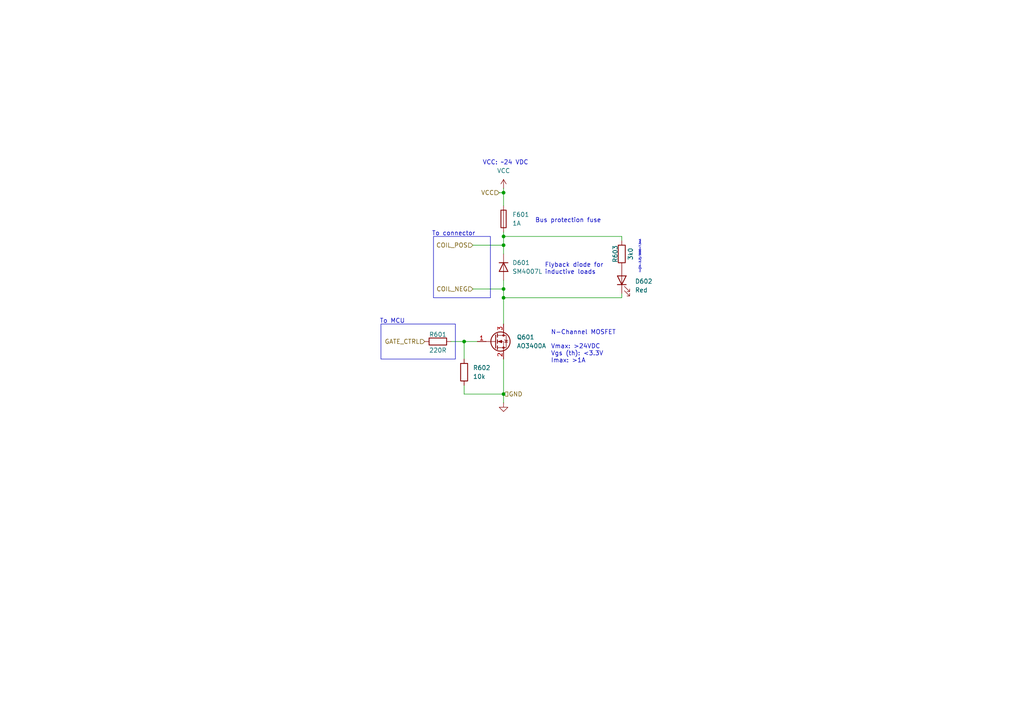
<source format=kicad_sch>
(kicad_sch (version 20231120) (generator "eeschema") (generator_version "8.0")
  (paper "A4")
  (title_block (title "SL_ST Tweezer Control Board") (date "2024-03-01") (rev "A1") (company "Olympus Engineering"))
  (lib_symbols
    (symbol "Device:D" (pin_numbers hide) (pin_names (offset 1.016) hide)
      (property "Reference" "D" (at 0 2.54 0))
      (property "Value" "D" (at 0 -2.54 0))
      (symbol "D_0_1"
        (polyline (pts (xy -1.27 1.27) (xy -1.27 -1.27)) (stroke (width 0.254)))
        (polyline (pts (xy 1.27 0) (xy -1.27 0)))
        (polyline (pts (xy 1.27 1.27) (xy 1.27 -1.27) (xy -1.27 0) (xy 1.27 1.27)) (stroke (width 0.254)))
      )
      (symbol "D_1_1"
        (pin passive line (at -3.81 0 0) (length 2.54) (name "K") (number "1"))
        (pin passive line (at 3.81 0 180) (length 2.54) (name "A") (number "2"))
      )
    )
    (symbol "Device:Fuse" (pin_numbers hide) (pin_names (offset 0))
      (property "Reference" "F" (at 2.032 0 90))
      (property "Value" "Fuse" (at -1.905 0 90))
      (symbol "Fuse_0_1"
        (rectangle (start -0.762 -2.54) (end 0.762 2.54) (stroke (width 0.254)))
        (polyline (pts (xy 0 2.54) (xy 0 -2.54)))
      )
      (symbol "Fuse_1_1"
        (pin passive line (at 0 3.81 270) (length 1.27) (name "~") (number "1"))
        (pin passive line (at 0 -3.81 90) (length 1.27) (name "~") (number "2"))
      )
    )
    (symbol "Device:LED" (pin_numbers hide) (pin_names (offset 1.016) hide)
      (property "Reference" "D" (at 0 2.54 0))
      (property "Value" "LED" (at 0 -2.54 0))
      (symbol "LED_0_1"
        (polyline (pts (xy -1.27 -1.27) (xy -1.27 1.27)) (stroke (width 0.254)))
        (polyline (pts (xy -1.27 0) (xy 1.27 0)))
        (polyline (pts (xy 1.27 -1.27) (xy 1.27 1.27) (xy -1.27 0) (xy 1.27 -1.27)) (stroke (width 0.254)))
        (polyline (pts (xy -3.048 -0.762) (xy -4.572 -2.286) (xy -3.81 -2.286) (xy -4.572 -2.286) (xy -4.572 -1.524)))
        (polyline (pts (xy -1.778 -0.762) (xy -3.302 -2.286) (xy -2.54 -2.286) (xy -3.302 -2.286) (xy -3.302 -1.524)))
      )
      (symbol "LED_1_1"
        (pin passive line (at -3.81 0 0) (length 2.54) (name "K") (number "1"))
        (pin passive line (at 3.81 0 180) (length 2.54) (name "A") (number "2"))
      )
    )
    (symbol "Device:R" (pin_numbers hide) (pin_names (offset 0))
      (property "Reference" "R" (at 2.032 0 90))
      (property "Value" "R" (at 0 0 90))
      (symbol "R_0_1"
        (rectangle (start -1.016 -2.54) (end 1.016 2.54) (stroke (width 0.254)))
      )
      (symbol "R_1_1"
        (pin passive line (at 0 3.81 270) (length 1.27) (name "~") (number "1"))
        (pin passive line (at 0 -3.81 90) (length 1.27) (name "~") (number "2"))
      )
    )
    (symbol "Transistor_FET:AO3400A" (pin_names hide)
      (property "Reference" "Q" (at 5.08 1.905 0))
      (property "Value" "AO3400A" (at 5.08 0 0))
      (symbol "AO3400A_0_1"
        (polyline (pts (xy 0.254 0) (xy -2.54 0)))
        (polyline (pts (xy 0.254 1.905) (xy 0.254 -1.905)) (stroke (width 0.254)))
        (polyline (pts (xy 0.762 -1.27) (xy 0.762 -2.286)) (stroke (width 0.254)))
        (polyline (pts (xy 0.762 0.508) (xy 0.762 -0.508)) (stroke (width 0.254)))
        (polyline (pts (xy 0.762 2.286) (xy 0.762 1.27)) (stroke (width 0.254)))
        (polyline (pts (xy 2.54 2.54) (xy 2.54 1.778)))
        (polyline (pts (xy 2.54 -2.54) (xy 2.54 0) (xy 0.762 0)))
        (polyline (pts (xy 0.762 -1.778) (xy 3.302 -1.778) (xy 3.302 1.778) (xy 0.762 1.778)))
        (polyline (pts (xy 1.016 0) (xy 2.032 0.381) (xy 2.032 -0.381) (xy 1.016 0)) (fill (type outline)))
        (polyline (pts (xy 2.794 0.508) (xy 2.921 0.381) (xy 3.683 0.381) (xy 3.81 0.254)))
        (polyline (pts (xy 3.302 0.381) (xy 2.921 -0.254) (xy 3.683 -0.254) (xy 3.302 0.381)))
        (circle (center 1.651 0) (radius 2.794) (stroke (width 0.254)))
        (circle (center 2.54 -1.778) (radius 0.254) (fill (type outline)))
        (circle (center 2.54 1.778) (radius 0.254) (fill (type outline)))
      )
      (symbol "AO3400A_1_1"
        (pin input line (at -5.08 0 0) (length 2.54) (name "G") (number "1"))
        (pin passive line (at 2.54 -5.08 90) (length 2.54) (name "S") (number "2"))
        (pin passive line (at 2.54 5.08 270) (length 2.54) (name "D") (number "3"))
      )
    )
    (symbol "power:GND" (power) (pin_numbers hide) (pin_names (offset 0) hide)
      (property "Value" "GND" (at 0 -3.81 0))
      (symbol "GND_0_1"
        (polyline (pts (xy 0 0) (xy 0 -1.27) (xy 1.27 -1.27) (xy 0 -2.54) (xy -1.27 -1.27) (xy 0 -1.27)))
      )
      (symbol "GND_1_1"
        (pin power_in line (at 0 0 270) (length 0) (name "~") (number "1"))
      )
    )
    (symbol "power:VCC" (power) (pin_numbers hide) (pin_names (offset 0) hide)
      (property "Value" "VCC" (at 0 3.556 0))
      (symbol "VCC_0_1"
        (polyline (pts (xy -0.762 1.27) (xy 0 2.54)))
        (polyline (pts (xy 0 0) (xy 0 2.54)))
        (polyline (pts (xy 0 2.54) (xy 0.762 1.27)))
      )
      (symbol "VCC_1_1"
        (pin power_in line (at 0 0 90) (length 0) (name "~") (number "1"))
      )
    )
  )
  (junction (at 146.05 86.36))
  (junction (at 146.05 114.3))
  (junction (at 146.05 83.82))
  (junction (at 146.05 55.88))
  (junction (at 146.05 68.58))
  (junction (at 146.05 71.12))
  (junction (at 134.62 99.06))
  (wire (pts (xy 146.05 86.36) (xy 180.34 86.36)))
  (wire (pts (xy 146.05 55.88) (xy 146.05 59.69)))
  (wire (pts (xy 146.05 86.36) (xy 146.05 93.98)))
  (wire (pts (xy 146.05 67.31) (xy 146.05 68.58)))
  (wire (pts (xy 134.62 114.3) (xy 146.05 114.3)))
  (wire (pts (xy 137.16 71.12) (xy 146.05 71.12)))
  (wire (pts (xy 134.62 111.76) (xy 134.62 114.3)))
  (wire (pts (xy 130.81 99.06) (xy 134.62 99.06)))
  (wire (pts (xy 180.34 85.09) (xy 180.34 86.36)))
  (wire (pts (xy 134.62 99.06) (xy 138.43 99.06)))
  (wire (pts (xy 146.05 68.58) (xy 146.05 71.12)))
  (wire (pts (xy 144.78 55.88) (xy 146.05 55.88)))
  (wire (pts (xy 134.62 99.06) (xy 134.62 104.14)))
  (wire (pts (xy 146.05 68.58) (xy 180.34 68.58)))
  (wire (pts (xy 180.34 69.85) (xy 180.34 68.58)))
  (wire (pts (xy 137.16 83.82) (xy 146.05 83.82)))
  (wire (pts (xy 146.05 54.61) (xy 146.05 55.88)))
  (wire (pts (xy 146.05 114.3) (xy 146.05 116.84)))
  (wire (pts (xy 146.05 73.66) (xy 146.05 71.12)))
  (wire (pts (xy 146.05 83.82) (xy 146.05 86.36)))
  (wire (pts (xy 146.05 104.14) (xy 146.05 114.3)))
  (wire (pts (xy 146.05 81.28) (xy 146.05 83.82)))
  (rectangle (start 110.49 93.98) (end 132.08 104.14))
  (rectangle (start 125.73 68.58) (end 142.24 86.36))
  (text "Flyback diode for \ninductive loads" (at 157.988 77.978 0) (effects (font (size 1.27 1.27)) (justify left)))
  (text "N-Channel MOSFET\n\nVmax: >24VDC\nVgs (th): <3.3V\nImax: >1A" (at 159.766 100.584 0) (effects (font (size 1.27 1.27)) (justify left)))
  (text "To connector" (at 131.572 67.818 0) (effects (font (size 1.27 1.27))))
  (text "VCC: ~24 VDC" (at 139.954 47.244 0) (effects (font (size 1.27 1.27)) (justify left)))
  (text "I=(24-2.2)/3000=7.3mA" (at 185.928 79.248 90) (effects (font (size 0.5 0.5)) (justify left bottom)))
  (text "To MCU" (at 113.792 93.218 0) (effects (font (size 1.27 1.27))))
  (text "Bus protection fuse" (at 155.194 64.008 0) (effects (font (size 1.27 1.27)) (justify left)))
  (hierarchical_label "VCC" (shape input) (at 144.78 55.88 180))
  (hierarchical_label "GATE_CTRL" (shape input) (at 123.19 99.06 180))
  (hierarchical_label "COIL_NEG" (shape input) (at 137.16 83.82 180))
  (hierarchical_label "GND" (shape input) (at 146.05 114.3 0))
  (hierarchical_label "COIL_POS" (shape input) (at 137.16 71.12 180))
  (symbol (lib_id "Device:Fuse") (at 146.05 63.5 0) (unit 1)
    (property "Reference" "F601" (at 148.59 62.2299 0) (effects (justify left)))
    (property "Value" "1A" (at 148.59 64.7699 0) (effects (justify left)))
    (property "Footprint" "Fuse:Fuseholder_Littelfuse_Nano2_154x" (effects (hide yes)))
    (property "Description" "Fuse" (effects (hide yes)))
  )
  (symbol (lib_id "power:GND") (at 146.05 116.84 0) (unit 1)
    (property "Reference" "#PWR0601" (effects (hide yes)))
    (property "Value" "GND" (effects (hide yes)))
    (property "Description" "Power symbol creates a global label with name \"GND\" , ground" (effects (hide yes)))
  )
  (symbol (lib_id "Device:R") (at 180.34 73.66 180) (unit 1)
    (property "Reference" "R603" (at 178.435 73.66 90))
    (property "Value" "3k0" (at 182.88 73.66 90))
    (property "Footprint" "Resistor_SMD:R_0603_1608Metric" (effects (hide yes)))
    (property "Datasheet" "https://www.yageo.com/upload/media/product/app/datasheet/rchip/pyu-rc_group_51_rohs_l.pdf" (effects (hide yes)))
    (property "Distributor Link" "https://www.digikey.com/en/products/detail/yageo/RC0603FR-131ML/13694152" (effects (hide yes)))
    (property "Manfacturer PN" "RC0603FR-131ML" (effects (hide yes)))
    (property "Manufacturer" "YAGEO" (effects (hide yes)))
  )
  (symbol (lib_id "Device:R") (at 134.62 107.95 180) (unit 1)
    (property "Reference" "R602" (at 137.16 106.6799 0) (effects (justify right)))
    (property "Value" "10k" (at 137.16 109.2199 0) (effects (justify right)))
    (property "Footprint" "Resistor_SMD:R_0603_1608Metric" (effects (hide yes)))
    (property "Description" "Resistor" (effects (hide yes)))
  )
  (symbol (lib_id "Device:LED") (at 180.34 81.28 90) (unit 1)
    (property "Reference" "D602" (at 184.15 81.5974 90) (effects (justify right)))
    (property "Value" "Red" (at 184.15 84.1374 90) (effects (justify right)))
    (property "Footprint" "LED_SMD:LED_0603_1608Metric" (effects (hide yes)))
  )
  (symbol (lib_id "Transistor_FET:AO3400A") (at 143.51 99.06 0) (unit 1)
    (property "Reference" "Q601" (at 149.86 97.7899 0) (effects (justify left)))
    (property "Value" "AO3400A" (at 149.86 100.3299 0) (effects (justify left)))
    (property "Footprint" "Package_TO_SOT_SMD:SOT-23" (effects (hide yes)))
    (property "Datasheet" "http://www.aosmd.com/pdfs/datasheet/AO3400A.pdf" (effects (hide yes)))
    (property "Description" "30V Vds, 5.7A Id, N-Channel MOSFET, SOT-23" (effects (hide yes)))
  )
  (symbol (lib_id "power:VCC") (at 146.05 54.61 0) (unit 1)
    (property "Reference" "#PWR0602" (effects (hide yes)))
    (property "Value" "VCC" (at 146.05 49.53 0))
    (property "Description" "Power symbol creates a global label with name \"VCC\"" (effects (hide yes)))
  )
  (symbol (lib_id "Device:R") (at 127 99.06 90) (unit 1)
    (property "Reference" "R601" (at 127 97.028 90))
    (property "Value" "220R" (at 127 101.6 90))
    (property "Footprint" "Resistor_SMD:R_0603_1608Metric" (effects (hide yes)))
    (property "Description" "Resistor" (effects (hide yes)))
  )
  (symbol (lib_id "Device:D") (at 146.05 77.47 270) (unit 1)
    (property "Reference" "D601" (at 148.59 76.1999 90) (effects (justify left)))
    (property "Value" "SM4007L" (at 148.59 78.7399 90) (effects (justify left)))
    (property "Footprint" "Diode_SMD:D_0603_1608Metric" (effects (hide yes)))
    (property "Description" "Diode" (effects (hide yes)))
    (property "Sim.Device" "D" (effects (hide yes)))
    (property "Sim.Pins" "1=K 2=A" (effects (hide yes)))
  )
)
</source>
